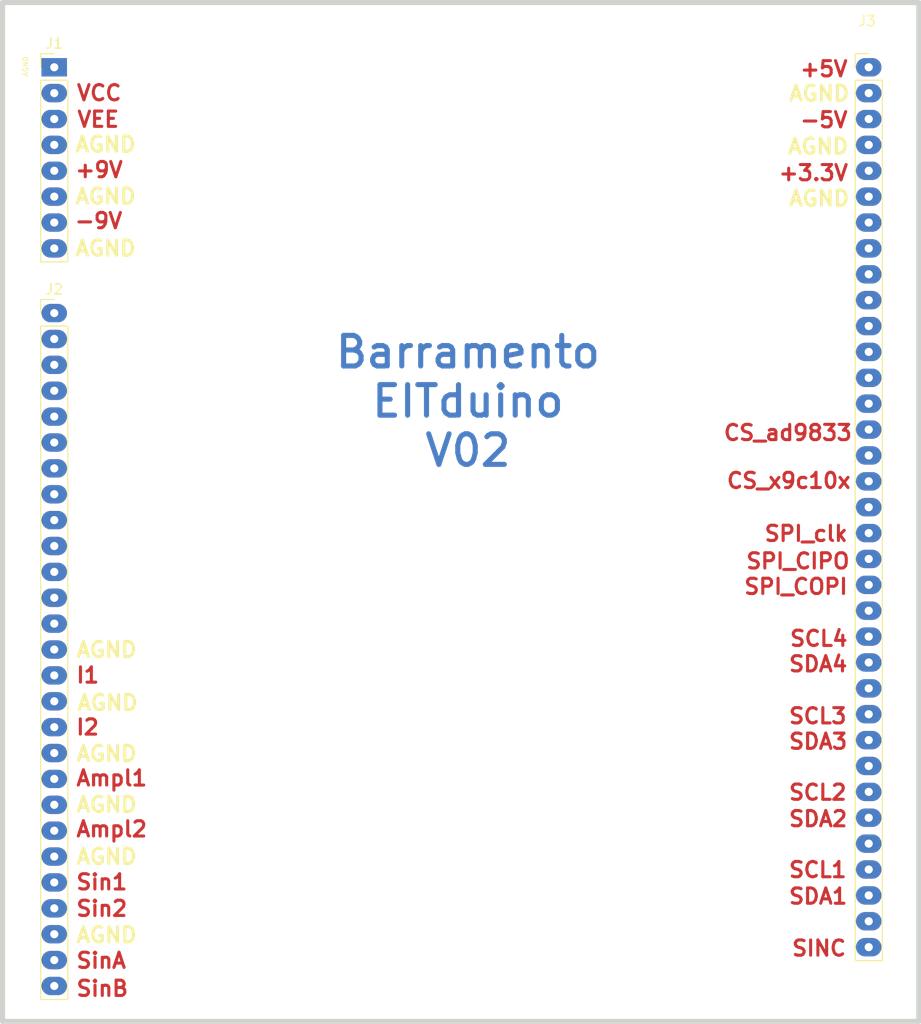
<source format=kicad_pcb>
(kicad_pcb (version 20221018) (generator pcbnew)
  (title_block (title "Barramento do EITduino") (date "2023-08-14") (rev "v02") (company "EITduino") (comment 1 "Autor: Gustavo Pinheiro") (comment 2 "Barramento proposto para uma placa 90x100 mm") (comment 3 "placa de face simples") (comment 4 "Pinos AGND e DGND"))
  (layers (0 "F.Cu" signal) (31 "B.Cu" signal) (34 "B.Paste" user) (35 "F.Paste" user) (36 "B.SilkS" user "B.Silkscreen") (37 "F.SilkS" user "F.Silkscreen") (38 "B.Mask" user) (39 "F.Mask" user) (44 "Edge.Cuts" user))
  (net 0 "")
  (net 1 "+9V")
  (net 2 "-9V")
  (net 3 "+5V")
  (net 4 "-5V")
  (net 5 "+3.3V")
  (net 12 "Earth")
  (net 14 "I1")
  (net 15 "I2")
  (net 16 "Ampl1")
  (net 17 "Ampl2")
  (net 18 "Sin1")
  (net 19 "Sin2")
  (net 20 "SinA")
  (net 21 "SinB")
  (net 22 "SINC")
  (net 23 "SPI_COPI")
  (net 24 "SPI_CIPO")
  (net 25 "SPI_clk")
  (net 26 "CS (AD9833)")
  (net 27 "CS (X9c10x)")
  (net 28 "SCL3")
  (net 29 "SDA3")
  (net 30 "SCL2")
  (net 31 "SDA2")
  (net 32 "SCL1")
  (net 33 "SDA1")
  (net 34 "VCC")
  (net 35 "VEE")
  (net 49 "GND")
  (net 50 "SCL4")
  (net 51 "SDA4")
  (footprint "Connector_PinHeader_2.54mm:PinHeader_1x35_P2.54mm_Vertical" (layer "F.Cu") (at 186.69 57.15)
    (fp_text reference "J3" (at -0.165 -4.535) (layer "F.SilkS"))
    (fp_text value "comunicacao / sinais digitais" hide)
    (fp_line (start -1.33 -1.33) (end 0 -1.33) (stroke (width 0.12)) (layer "F.SilkS"))
    (fp_line (start -1.33 0) (end -1.33 -1.33) (stroke (width 0.12)) (layer "F.SilkS"))
    (fp_line (start -1.33 1.27) (end -1.33 87.69) (stroke (width 0.12)) (layer "F.SilkS"))
    (fp_line (start -1.33 1.27) (end 1.33 1.27) (stroke (width 0.12)) (layer "F.SilkS"))
    (fp_line (start -1.33 87.69) (end 1.33 87.69) (stroke (width 0.12)) (layer "F.SilkS"))
    (fp_line (start 1.33 1.27) (end 1.33 87.69) (stroke (width 0.12)) (layer "F.SilkS"))
    (pad "1" thru_hole oval (at 0 0) (size 2.5 1.8) (drill 0.8) (layers "*.Cu" "*.Mask") (net 3 "+5V"))
    (pad "2" thru_hole oval (at 0 2.54) (size 2.5 1.8) (drill 0.8) (layers "*.Cu" "*.Mask") (net 12 "Earth"))
    (pad "3" thru_hole oval (at 0 5.08) (size 2.5 1.8) (drill 0.8) (layers "*.Cu" "*.Mask") (net 4 "-5V"))
    (pad "4" thru_hole oval (at 0 7.62) (size 2.5 1.8) (drill 0.8) (layers "*.Cu" "*.Mask") (net 12 "Earth"))
    (pad "5" thru_hole oval (at 0 10.16) (size 2.5 1.8) (drill 0.8) (layers "*.Cu" "*.Mask") (net 5 "+3.3V"))
    (pad "6" thru_hole oval (at 0 12.7) (size 2.5 1.8) (drill 0.8) (layers "*.Cu" "*.Mask") (net 12 "Earth"))
    (pad "7" thru_hole oval (at 0 15.24) (size 2.5 1.8) (drill 0.8) (layers "*.Cu" "*.Mask"))
    (pad "8" thru_hole oval (at 0 17.78) (size 2.5 1.8) (drill 0.8) (layers "*.Cu" "*.Mask"))
    (pad "9" thru_hole oval (at 0 20.32) (size 2.5 1.8) (drill 0.8) (layers "*.Cu" "*.Mask"))
    (pad "10" thru_hole oval (at 0 22.86) (size 2.5 1.8) (drill 0.8) (layers "*.Cu" "*.Mask"))
    (pad "11" thru_hole oval (at 0 25.4) (size 2.5 1.8) (drill 0.8) (layers "*.Cu" "*.Mask"))
    (pad "12" thru_hole oval (at 0 27.94) (size 2.5 1.8) (drill 0.8) (layers "*.Cu" "*.Mask"))
    (pad "13" thru_hole oval (at 0 30.48) (size 2.5 1.8) (drill 0.8) (layers "*.Cu" "*.Mask"))
    (pad "14" thru_hole oval (at 0 33.02) (size 2.5 1.8) (drill 0.8) (layers "*.Cu" "*.Mask") (net 49 "GND"))
    (pad "15" thru_hole oval (at 0 35.56) (size 2.5 1.8) (drill 0.8) (layers "*.Cu" "*.Mask") (net 26 "CS (AD9833)"))
    (pad "16" thru_hole oval (at 0 38.1) (size 2.5 1.8) (drill 0.8) (layers "*.Cu" "*.Mask") (net 49 "GND"))
    (pad "17" thru_hole oval (at 0 40.64) (size 2.5 1.8) (drill 0.8) (layers "*.Cu" "*.Mask") (net 27 "CS (X9c10x)"))
    (pad "18" thru_hole oval (at 0 43.18) (size 2.5 1.8) (drill 0.8) (layers "*.Cu" "*.Mask") (net 49 "GND"))
    (pad "19" thru_hole oval (at 0 45.72) (size 2.5 1.8) (drill 0.8) (layers "*.Cu" "*.Mask") (net 25 "SPI_clk"))
    (pad "20" thru_hole oval (at 0 48.26) (size 2.5 1.8) (drill 0.8) (layers "*.Cu" "*.Mask") (net 24 "SPI_CIPO"))
    (pad "21" thru_hole oval (at 0 50.8) (size 2.5 1.8) (drill 0.8) (layers "*.Cu" "*.Mask") (net 23 "SPI_COPI"))
    (pad "22" thru_hole oval (at 0 53.34) (size 2.5 1.8) (drill 0.8) (layers "*.Cu" "*.Mask") (net 49 "GND"))
    (pad "23" thru_hole oval (at 0 55.88) (size 2.5 1.8) (drill 0.8) (layers "*.Cu" "*.Mask") (net 50 "SCL4"))
    (pad "24" thru_hole oval (at 0 58.42) (size 2.5 1.8) (drill 0.8) (layers "*.Cu" "*.Mask") (net 51 "SDA4"))
    (pad "25" thru_hole oval (at 0 60.96) (size 2.5 1.8) (drill 0.8) (layers "*.Cu" "*.Mask") (net 49 "GND"))
    (pad "26" thru_hole oval (at 0 63.5) (size 2.5 1.8) (drill 0.8) (layers "*.Cu" "*.Mask") (net 28 "SCL3"))
    (pad "27" thru_hole oval (at 0 66.04) (size 2.5 1.8) (drill 0.8) (layers "*.Cu" "*.Mask") (net 29 "SDA3"))
    (pad "28" thru_hole oval (at 0 68.58) (size 2.5 1.8) (drill 0.8) (layers "*.Cu" "*.Mask") (net 49 "GND"))
    (pad "29" thru_hole oval (at 0 71.12) (size 2.5 1.8) (drill 0.8) (layers "*.Cu" "*.Mask") (net 30 "SCL2"))
    (pad "30" thru_hole oval (at 0 73.66) (size 2.5 1.8) (drill 0.8) (layers "*.Cu" "*.Mask") (net 31 "SDA2"))
    (pad "31" thru_hole oval (at 0 76.2) (size 2.5 1.8) (drill 0.8) (layers "*.Cu" "*.Mask") (net 49 "GND"))
    (pad "32" thru_hole oval (at 0 78.74) (size 2.5 1.8) (drill 0.8) (layers "*.Cu" "*.Mask") (net 32 "SCL1"))
    (pad "33" thru_hole oval (at 0 81.28) (size 2.5 1.8) (drill 0.8) (layers "*.Cu" "*.Mask") (net 33 "SDA1"))
    (pad "34" thru_hole oval (at 0 83.82) (size 2.5 1.8) (drill 0.8) (layers "*.Cu" "*.Mask") (net 49 "GND"))
    (pad "35" thru_hole oval (at 0 86.36) (size 2.5 1.8) (drill 0.8) (layers "*.Cu" "*.Mask") (net 22 "SINC"))
  )
  (footprint "Connector_PinHeader_2.54mm:PinHeader_1x08_P2.54mm_Vertical" (layer "F.Cu") (at 106.68 57.15)
    (fp_text reference "J1" (at 0 -2.33) (layer "F.SilkS"))
    (fp_text value "alimentacao analogica" hide)
    (fp_line (start -1.33 -1.33) (end 0 -1.33) (stroke (width 0.12)) (layer "F.SilkS"))
    (fp_line (start -1.33 0) (end -1.33 -1.33) (stroke (width 0.12)) (layer "F.SilkS"))
    (fp_line (start -1.33 1.27) (end -1.33 19.11) (stroke (width 0.12)) (layer "F.SilkS"))
    (fp_line (start -1.33 1.27) (end 1.33 1.27) (stroke (width 0.12)) (layer "F.SilkS"))
    (fp_line (start -1.33 19.11) (end 1.33 19.11) (stroke (width 0.12)) (layer "F.SilkS"))
    (fp_line (start 1.33 1.27) (end 1.33 19.11) (stroke (width 0.12)) (layer "F.SilkS"))
    (pad "1" thru_hole rect (at 0 0) (size 2.5 1.8) (drill 0.8) (layers "*.Cu" "*.Mask") (net 12 "Earth"))
    (pad "2" thru_hole oval (at 0 2.54) (size 2.5 1.8) (drill 0.8) (layers "*.Cu" "*.Mask") (net 34 "VCC"))
    (pad "3" thru_hole oval (at 0 5.08) (size 2.5 1.8) (drill 0.8) (layers "*.Cu" "*.Mask") (net 35 "VEE"))
    (pad "4" thru_hole oval (at 0 7.62) (size 2.5 1.8) (drill 0.8) (layers "*.Cu" "*.Mask") (net 12 "Earth"))
    (pad "5" thru_hole oval (at 0 10.16) (size 2.5 1.8) (drill 0.8) (layers "*.Cu" "*.Mask") (net 1 "+9V"))
    (pad "6" thru_hole oval (at 0 12.7) (size 2.5 1.8) (drill 0.8) (layers "*.Cu" "*.Mask") (net 12 "Earth"))
    (pad "7" thru_hole oval (at 0 15.24) (size 2.5 1.8) (drill 0.8) (layers "*.Cu" "*.Mask") (net 2 "-9V"))
    (pad "8" thru_hole oval (at 0 17.78) (size 2.5 1.8) (drill 0.8) (layers "*.Cu" "*.Mask") (net 12 "Earth"))
  )
  (footprint "Connector_PinHeader_2.54mm:PinHeader_1x27_P2.54mm_Vertical" (layer "F.Cu") (at 106.68 81.28)
    (fp_text reference "J2" (at 0 -2.33) (layer "F.SilkS"))
    (fp_text value "sinais analogicos")
    (fp_line (start -1.33 -1.33) (end 0 -1.33) (stroke (width 0.12)) (layer "F.SilkS"))
    (fp_line (start -1.33 0) (end -1.33 -1.33) (stroke (width 0.12)) (layer "F.SilkS"))
    (fp_line (start -1.33 1.27) (end -1.33 67.37) (stroke (width 0.12)) (layer "F.SilkS"))
    (fp_line (start -1.33 1.27) (end 1.33 1.27) (stroke (width 0.12)) (layer "F.SilkS"))
    (fp_line (start -1.33 67.37) (end 1.33 67.37) (stroke (width 0.12)) (layer "F.SilkS"))
    (fp_line (start 1.33 1.27) (end 1.33 67.37) (stroke (width 0.12)) (layer "F.SilkS"))
    (pad "1" thru_hole oval (at 0 0) (size 2.5 1.8) (drill 0.8) (layers "*.Cu" "*.Mask"))
    (pad "2" thru_hole oval (at 0 2.54) (size 2.5 1.8) (drill 0.8) (layers "*.Cu" "*.Mask"))
    (pad "3" thru_hole oval (at 0 5.08) (size 2.5 1.8) (drill 0.8) (layers "*.Cu" "*.Mask"))
    (pad "4" thru_hole oval (at 0 7.62) (size 2.5 1.8) (drill 0.8) (layers "*.Cu" "*.Mask"))
    (pad "5" thru_hole oval (at 0 10.16) (size 2.5 1.8) (drill 0.8) (layers "*.Cu" "*.Mask"))
    (pad "6" thru_hole oval (at 0 12.7) (size 2.5 1.8) (drill 0.8) (layers "*.Cu" "*.Mask"))
    (pad "7" thru_hole oval (at 0 15.24) (size 2.5 1.8) (drill 0.8) (layers "*.Cu" "*.Mask"))
    (pad "8" thru_hole oval (at 0 17.78) (size 2.5 1.8) (drill 0.8) (layers "*.Cu" "*.Mask"))
    (pad "9" thru_hole oval (at 0 20.32) (size 2.5 1.8) (drill 0.8) (layers "*.Cu" "*.Mask"))
    (pad "10" thru_hole oval (at 0 22.86) (size 2.5 1.8) (drill 0.8) (layers "*.Cu" "*.Mask"))
    (pad "11" thru_hole oval (at 0 25.4) (size 2.5 1.8) (drill 0.8) (layers "*.Cu" "*.Mask"))
    (pad "12" thru_hole oval (at 0 27.94) (size 2.5 1.8) (drill 0.8) (layers "*.Cu" "*.Mask"))
    (pad "13" thru_hole oval (at 0 30.48) (size 2.5 1.8) (drill 0.8) (layers "*.Cu" "*.Mask"))
    (pad "14" thru_hole oval (at 0 33.02) (size 2.5 1.8) (drill 0.8) (layers "*.Cu" "*.Mask") (net 12 "Earth"))
    (pad "15" thru_hole oval (at 0 35.56) (size 2.5 1.8) (drill 0.8) (layers "*.Cu" "*.Mask") (net 14 "I1"))
    (pad "16" thru_hole oval (at 0 38.1) (size 2.5 1.8) (drill 0.8) (layers "*.Cu" "*.Mask") (net 12 "Earth"))
    (pad "17" thru_hole oval (at 0 40.64) (size 2.5 1.8) (drill 0.8) (layers "*.Cu" "*.Mask") (net 15 "I2"))
    (pad "18" thru_hole oval (at 0 43.18) (size 2.5 1.8) (drill 0.8) (layers "*.Cu" "*.Mask") (net 12 "Earth"))
    (pad "19" thru_hole oval (at 0 45.72) (size 2.5 1.8) (drill 0.8) (layers "*.Cu" "*.Mask") (net 16 "Ampl1"))
    (pad "20" thru_hole oval (at 0 48.26) (size 2.5 1.8) (drill 0.8) (layers "*.Cu" "*.Mask") (net 12 "Earth"))
    (pad "21" thru_hole oval (at 0 50.8) (size 2.5 1.8) (drill 0.8) (layers "*.Cu" "*.Mask") (net 17 "Ampl2"))
    (pad "22" thru_hole oval (at 0 53.34) (size 2.5 1.8) (drill 0.8) (layers "*.Cu" "*.Mask") (net 12 "Earth"))
    (pad "23" thru_hole oval (at 0 55.88) (size 2.5 1.8) (drill 0.8) (layers "*.Cu" "*.Mask") (net 18 "Sin1"))
    (pad "24" thru_hole oval (at 0 58.42) (size 2.5 1.8) (drill 0.8) (layers "*.Cu" "*.Mask") (net 19 "Sin2"))
    (pad "25" thru_hole oval (at 0 60.96) (size 2.5 1.8) (drill 0.8) (layers "*.Cu" "*.Mask") (net 12 "Earth"))
    (pad "26" thru_hole oval (at 0 63.5) (size 2.5 1.8) (drill 0.8) (layers "*.Cu" "*.Mask") (net 20 "SinA"))
    (pad "27" thru_hole oval (at 0 66.04) (size 2.5 1.8) (drill 0.8) (layers "*.Cu" "*.Mask") (net 21 "SinB"))
  )
  (gr_line (start 191.6 50.8) (end 101.6 50.8) (stroke (width 0.5)) (layer "Edge.Cuts"))
  (gr_line (start 191.6 150.8) (end 191.6 50.8) (stroke (width 0.5)) (layer "Edge.Cuts"))
  (gr_line (start 191.59982 150.7998) (end 101.6 150.7998) (stroke (width 0.5)) (layer "Edge.Cuts"))
  (gr_line (start 101.6 50.8) (end 101.6 150.7998) (stroke (width 0.5)) (layer "Edge.Cuts"))
  (gr_text "SDA1" (at 178.7 139.4) (layer "F.Cu") (effects (font (size 1.5 1.5) (thickness 0.3) bold) (justify left bottom)))
  (gr_text "SinA" (at 108.7 145.7) (layer "F.Cu") (effects (font (size 1.5 1.5) (thickness 0.3) bold) (justify left bottom)))
  (gr_text "SPI_CIPO\n" (at 174.5 106.5) (layer "F.Cu") (effects (font (size 1.5 1.5) (thickness 0.3) bold) (justify left bottom)))
  (gr_text "CS_x9c10x\n" (at 172.6 98.6) (layer "F.Cu") (effects (font (size 1.5 1.5) (thickness 0.3) bold) (justify left bottom)))
  (gr_text "-9V" (at 108.55 73.1) (layer "F.Cu") (effects (font (size 1.5 1.5) (thickness 0.3) bold) (justify left bottom)))
  (gr_text "CS_ad9833" (at 172.3 93.9) (layer "F.Cu") (effects (font (size 1.5 1.5) (thickness 0.3) bold) (justify left bottom)))
  (gr_text "+3.3V" (at 177.7 68.4) (layer "F.Cu") (effects (font (size 1.5 1.5) (thickness 0.3) bold) (justify left bottom)))
  (gr_text "Sin1" (at 108.688 138) (layer "F.Cu") (effects (font (size 1.5 1.5) (thickness 0.3) bold) (justify left bottom)))
  (gr_text "+5V\n" (at 179.8 58.2) (layer "F.Cu") (effects (font (size 1.5 1.5) (thickness 0.3) bold) (justify left bottom)))
  (gr_text "SCL2" (at 178.7 129.2) (layer "F.Cu") (effects (font (size 1.5 1.5) (thickness 0.3) bold) (justify left bottom)))
  (gr_text "-5V" (at 179.8 63.2) (layer "F.Cu") (effects (font (size 1.5 1.5) (thickness 0.3) bold) (justify left bottom)))
  (gr_text "SDA3" (at 178.7 124.2) (layer "F.Cu") (effects (font (size 1.5 1.5) (thickness 0.3) bold) (justify left bottom)))
  (gr_text "SDA4\n" (at 178.7 116.6) (layer "F.Cu") (effects (font (size 1.5 1.5) (thickness 0.3) bold) (justify left bottom)))
  (gr_text "Ampl2" (at 108.7 132.8) (layer "F.Cu") (effects (font (size 1.5 1.5) (thickness 0.3) bold) (justify left bottom)))
  (gr_text "SINC" (at 179 144.5) (layer "F.Cu") (effects (font (size 1.5 1.5) (thickness 0.3) bold) (justify left bottom)))
  (gr_text "VCC" (at 108.75 60.55) (layer "F.Cu") (effects (font (size 1.5 1.5) (thickness 0.3) bold) (justify left bottom)))
  (gr_text "VEE\n" (at 108.8 63.15) (layer "F.Cu") (effects (font (size 1.5 1.5) (thickness 0.3) bold) (justify left bottom)))
  (gr_text "I2\n" (at 108.688 122.8) (layer "F.Cu") (effects (font (size 1.5 1.5) (thickness 0.3) bold) (justify left bottom)))
  (gr_text "SCL4\n" (at 178.8 114.1) (layer "F.Cu") (effects (font (size 1.5 1.5) (thickness 0.3) bold) (justify left bottom)))
  (gr_text "SinB" (at 108.7 148.45) (layer "F.Cu") (effects (font (size 1.5 1.5) (thickness 0.3) bold) (justify left bottom)))
  (gr_text "SDA2" (at 178.7 131.8) (layer "F.Cu") (effects (font (size 1.5 1.5) (thickness 0.3) bold) (justify left bottom)))
  (gr_text "SPI_clk\n" (at 176.3 103.8) (layer "F.Cu") (effects (font (size 1.5 1.5) (thickness 0.3) bold) (justify left bottom)))
  (gr_text "I1" (at 108.7 117.7) (layer "F.Cu") (effects (font (size 1.5 1.5) (thickness 0.3) bold) (justify left bottom)))
  (gr_text "Sin2\n" (at 108.688 140.6) (layer "F.Cu") (effects (font (size 1.5 1.5) (thickness 0.3) bold) (justify left bottom)))
  (gr_text "+9V\n" (at 108.6 68.1) (layer "F.Cu") (effects (font (size 1.5 1.5) (thickness 0.3) bold) (justify left bottom)))
  (gr_text "SCL1\n" (at 178.7 136.8) (layer "F.Cu") (effects (font (size 1.5 1.5) (thickness 0.3) bold) (justify left bottom)))
  (gr_text "SPI_COPI\n" (at 174.3 109) (layer "F.Cu") (effects (font (size 1.5 1.5) (thickness 0.3) bold) (justify left bottom)))
  (gr_text "SCL3" (at 178.7 121.7) (layer "F.Cu") (effects (font (size 1.5 1.5) (thickness 0.3) bold) (justify left bottom)))
  (gr_text "Ampl1" (at 108.7 127.8) (layer "F.Cu") (effects (font (size 1.5 1.5) (thickness 0.3) bold) (justify left bottom)))
  (gr_text "Barramento\nEITduino\nV02" (at 147.32 96.52) (layer "B.Cu") (effects (font (size 3 3) (thickness 0.5) bold) (justify bottom)))
  (gr_text "AGND" (at 108.7 135.5) (layer "F.SilkS") (effects (font (size 1.5 1.5) (thickness 0.3) bold) (justify left bottom)))
  (gr_text "AGND" (at 178.6 65.8) (layer "F.SilkS") (effects (font (size 1.5 1.5) (thickness 0.3) bold) (justify left bottom)))
  (gr_text "AGND" (at 108.6 75.8) (layer "F.SilkS") (effects (font (size 1.5 1.5) (thickness 0.3) bold) (justify left bottom)))
  (gr_text "AGND" (at 108.7 143.2) (layer "F.SilkS") (effects (font (size 1.5 1.5) (thickness 0.3) bold) (justify left bottom)))
  (gr_text "AGND" (at 108.7 130.4) (layer "F.SilkS") (effects (font (size 1.5 1.5) (thickness 0.3) bold) (justify left bottom)))
  (gr_text "AGND" (at 108.6 65.6) (layer "F.SilkS") (effects (font (size 1.5 1.5) (thickness 0.3) bold) (justify left bottom)))
  (gr_text "AGND" (at 104.14 58.1 90) (layer "F.SilkS") (effects (font (size 0.5 0.5) (thickness 0.075)) (justify left bottom)))
  (gr_text "AGND" (at 178.7 60.6) (layer "F.SilkS") (effects (font (size 1.5 1.5) (thickness 0.3) bold) (justify left bottom)))
  (gr_text "AGND" (at 108.6 70.7) (layer "F.SilkS") (effects (font (size 1.5 1.5) (thickness 0.3) bold) (justify left bottom)))
  (gr_text "AGND" (at 178.7 70.9) (layer "F.SilkS") (effects (font (size 1.5 1.5) (thickness 0.3) bold) (justify left bottom)))
  (gr_text "AGND" (at 108.7 125.4) (layer "F.SilkS") (effects (font (size 1.5 1.5) (thickness 0.3) bold) (justify left bottom)))
  (gr_text "AGND" (at 108.7 115.2) (layer "F.SilkS") (effects (font (size 1.5 1.5) (thickness 0.3) bold) (justify left bottom)))
  (gr_text "AGND" (at 108.8 120.4) (layer "F.SilkS") (effects (font (size 1.5 1.5) (thickness 0.3) bold) (justify left bottom)))
)
</source>
